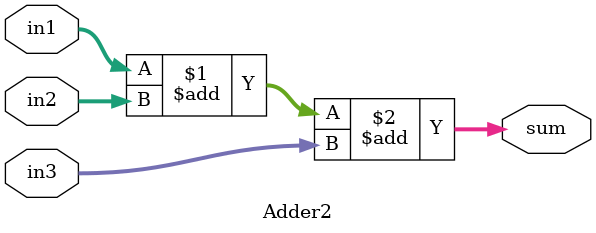
<source format=v>
module Adder2 (
    input  wire [31:0] in1,  // Đầu vào thứ nhất
    input  wire [31:0] in2,  // Đầu vào thứ hai
    input  wire [31:0] in3,  // Đầu vào thứ ba
    output wire [31:0] sum   // Kết quả đầu ra
);

    // Thực hiện phép cộng modulo 2^32
    assign sum = in1 + in2 + in3;

endmodule
</source>
